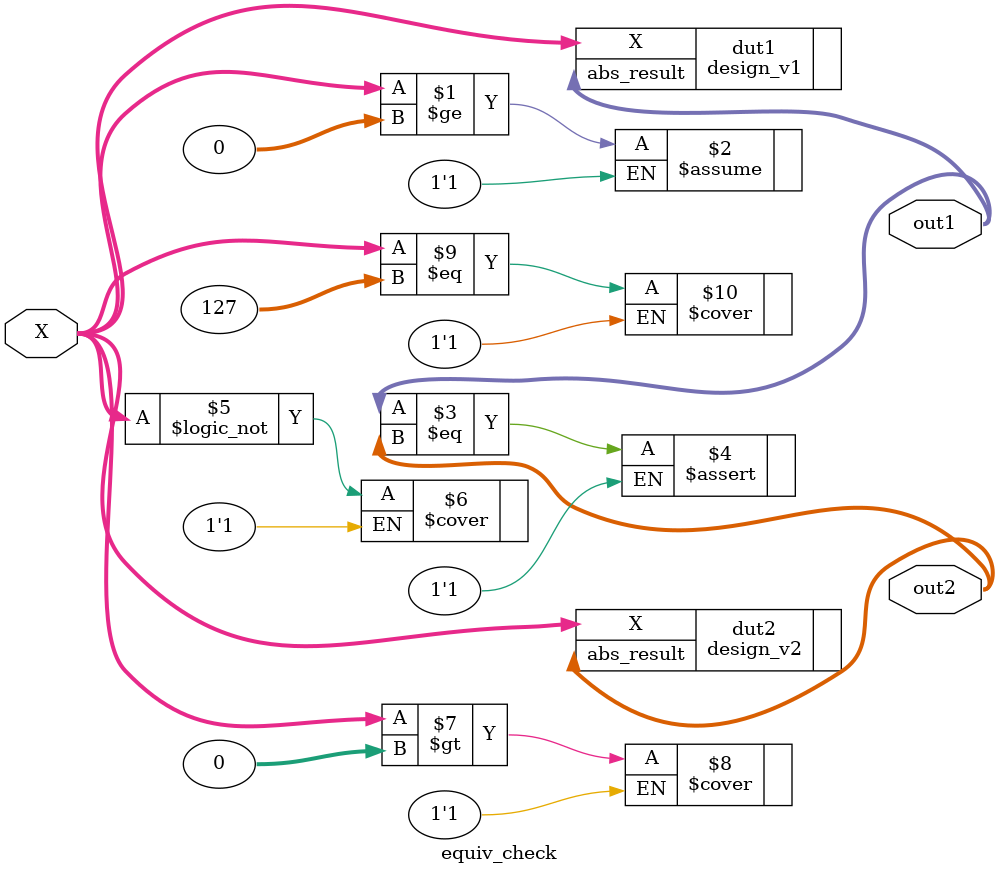
<source format=sv>
module equiv_check (
    input signed [7:0] X,
    output [7:0] out1,
    output [7:0] out2
);

    design_v1 dut1 (.X(X), .abs_result(out1));
    design_v2 dut2 (.X(X), .abs_result(out2));

    // CONSTRAINT: X is always non-negative
    assume property ((X >= 0));

    // EQUIVALENCE
    assert property ((out1 == out2));

    // DEBUG COVERS
    cover property ((X == 0));
    cover property ((X > 0));
    cover property ((X == 127));
endmodule
</source>
